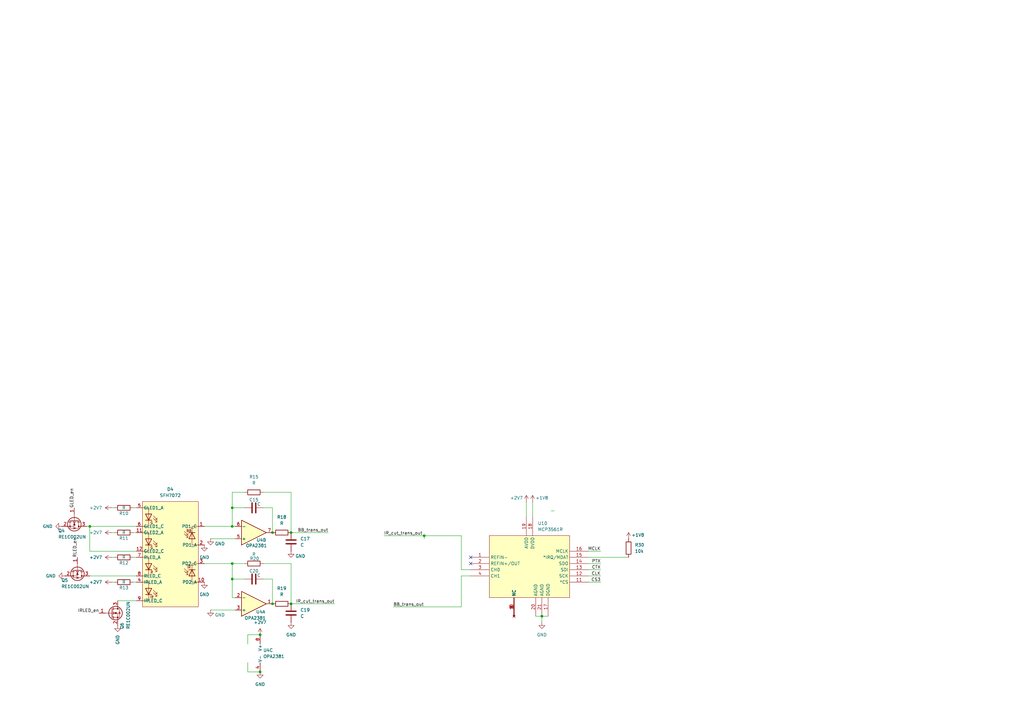
<source format=kicad_sch>
(kicad_sch (version 20250114) (generator "eeschema") (generator_version "9.0")
  (paper "A3")
  (lib_symbols
    (symbol "000_library:OPA2381" (pin_names (offset 0.127))
      (property "Reference" "U" (at 0 5.08 0))
      (property "Value" "OPA2381" (at -1.27 -5.08 0))
      (symbol "OPA2381_1_1"
        (polyline (pts (xy -5.08 5.08) (xy 5.08 0) (xy -5.08 -5.08) (xy -5.08 5.08)) (stroke (width 0.254)) (fill (type background)))
        (pin input line (at -7.62 2.54 0) (length 2.54) (name "+") (number "3"))
        (pin input line (at -7.62 -2.54 0) (length 2.54) (name "-") (number "2"))
        (pin output line (at 7.62 0 180) (length 2.54) (name "~") (number "1"))
      )
      (symbol "OPA2381_2_1"
        (polyline (pts (xy -5.08 5.08) (xy 5.08 0) (xy -5.08 -5.08) (xy -5.08 5.08)) (stroke (width 0.254)) (fill (type background)))
        (pin input line (at -7.62 2.54 0) (length 2.54) (name "+") (number "5"))
        (pin input line (at -7.62 -2.54 0) (length 2.54) (name "-") (number "6"))
        (pin output line (at 7.62 0 180) (length 2.54) (name "~") (number "7"))
      )
      (symbol "OPA2381_3_1"
        (pin power_in line (at -2.54 7.62 270) (length 3.81) (name "V+") (number "8"))
        (pin power_in line (at -2.54 -7.62 90) (length 3.81) (name "V-") (number "4"))
      )
    )
    (symbol "000_library:SFH7072"
      (property "Reference" "D" (at -10.668 22.86 0))
      (property "Value" "SFH7072" (at 2.032 0 0))
      (symbol "SFH7072_0_1"
        (rectangle (start -11.43 21.59) (end 11.43 -21.59) (fill (type background)))
        (polyline (pts (xy -11.43 19.05) (xy -8.89 19.05)))
        (polyline (pts (xy -11.43 11.43) (xy -8.89 11.43) (xy -8.89 13.97)))
        (polyline (pts (xy -11.43 8.89) (xy -8.89 8.89)))
        (polyline (pts (xy -11.43 1.27) (xy -8.89 1.27) (xy -8.89 3.81)))
        (polyline (pts (xy -11.43 -1.27) (xy -8.89 -1.27)))
        (polyline (pts (xy -11.43 -8.89) (xy -8.89 -8.89) (xy -8.89 -6.35)))
        (polyline (pts (xy -11.43 -11.43) (xy -8.89 -11.43)))
        (polyline (pts (xy -11.43 -19.05) (xy -8.89 -19.05) (xy -8.89 -16.51)))
        (polyline (pts (xy -10.16 16.51) (xy -7.62 16.51) (xy -8.89 13.97) (xy -10.16 16.51)) (stroke (width 0.254)))
        (polyline (pts (xy -10.16 13.97) (xy -7.62 13.97)) (stroke (width 0.254)))
        (polyline (pts (xy -10.16 6.35) (xy -7.62 6.35) (xy -8.89 3.81) (xy -10.16 6.35)) (stroke (width 0.254)))
        (polyline (pts (xy -10.16 3.81) (xy -7.62 3.81)) (stroke (width 0.254)))
        (polyline (pts (xy -10.16 -3.81) (xy -7.62 -3.81) (xy -8.89 -6.35) (xy -10.16 -3.81)) (stroke (width 0.254)))
        (polyline (pts (xy -10.16 -6.35) (xy -7.62 -6.35)) (stroke (width 0.254)))
        (polyline (pts (xy -10.16 -13.97) (xy -7.62 -13.97) (xy -8.89 -16.51) (xy -10.16 -13.97)) (stroke (width 0.254)))
        (polyline (pts (xy -10.16 -16.51) (xy -7.62 -16.51)) (stroke (width 0.254)))
        (polyline (pts (xy -8.89 16.51) (xy -8.89 19.05)))
        (polyline (pts (xy -8.89 16.51) (xy -8.89 13.97)))
        (polyline (pts (xy -8.89 6.35) (xy -8.89 8.89)))
        (polyline (pts (xy -8.89 6.35) (xy -8.89 3.81)))
        (polyline (pts (xy -8.89 -3.81) (xy -8.89 -1.27)))
        (polyline (pts (xy -8.89 -3.81) (xy -8.89 -6.35)))
        (polyline (pts (xy -8.89 -13.97) (xy -8.89 -11.43)))
        (polyline (pts (xy -8.89 -13.97) (xy -8.89 -16.51)))
        (polyline (pts (xy -6.985 15.748) (xy -5.461 14.224) (xy -5.461 14.986) (xy -5.461 14.224) (xy -6.223 14.224)))
        (polyline (pts (xy -6.985 14.732) (xy -5.461 13.208) (xy -5.461 13.97) (xy -5.461 13.208) (xy -6.223 13.208)))
        (polyline (pts (xy -6.985 5.588) (xy -5.461 4.064) (xy -5.461 4.826) (xy -5.461 4.064) (xy -6.223 4.064)))
        (polyline (pts (xy -6.985 4.572) (xy -5.461 3.048) (xy -5.461 3.81) (xy -5.461 3.048) (xy -6.223 3.048)))
        (polyline (pts (xy -6.985 -4.572) (xy -5.461 -6.096) (xy -5.461 -5.334) (xy -5.461 -6.096) (xy -6.223 -6.096)))
        (polyline (pts (xy -6.985 -5.588) (xy -5.461 -7.112) (xy -5.461 -6.35) (xy -5.461 -7.112) (xy -6.223 -7.112)))
        (polyline (pts (xy -6.985 -14.732) (xy -5.461 -16.256) (xy -5.461 -15.494) (xy -5.461 -16.256) (xy -6.223 -16.256)))
        (polyline (pts (xy -6.985 -15.748) (xy -5.461 -17.272) (xy -5.461 -16.51) (xy -5.461 -17.272) (xy -6.223 -17.272)))
        (polyline (pts (xy 5.715 9.398) (xy 7.239 7.874) (xy 7.239 8.636) (xy 7.239 7.874) (xy 6.477 7.874)))
        (polyline (pts (xy 5.715 8.382) (xy 7.239 6.858) (xy 7.239 7.62) (xy 7.239 6.858) (xy 6.477 6.858)))
        (polyline (pts (xy 5.715 -5.842) (xy 7.239 -7.366) (xy 7.239 -6.604) (xy 7.239 -7.366) (xy 6.477 -7.366)))
        (polyline (pts (xy 5.715 -6.858) (xy 7.239 -8.382) (xy 7.239 -7.62) (xy 7.239 -8.382) (xy 6.477 -8.382)))
        (polyline (pts (xy 8.89 6.35) (xy 8.89 8.89)))
        (polyline (pts (xy 8.89 6.35) (xy 8.89 3.81)))
        (polyline (pts (xy 8.89 -8.89) (xy 8.89 -6.35)))
        (polyline (pts (xy 8.89 -8.89) (xy 8.89 -11.43)))
        (polyline (pts (xy 10.16 8.89) (xy 7.62 8.89)) (stroke (width 0.254)))
        (polyline (pts (xy 10.16 6.35) (xy 7.62 6.35) (xy 8.89 8.89) (xy 10.16 6.35)) (stroke (width 0.254)))
        (polyline (pts (xy 10.16 -6.35) (xy 7.62 -6.35)) (stroke (width 0.254)))
        (polyline (pts (xy 10.16 -8.89) (xy 7.62 -8.89) (xy 8.89 -6.35) (xy 10.16 -8.89)) (stroke (width 0.254)))
        (polyline (pts (xy 11.43 11.43) (xy 8.89 11.43) (xy 8.89 8.89)))
        (polyline (pts (xy 11.43 3.81) (xy 8.89 3.81)))
        (polyline (pts (xy 11.43 -3.81) (xy 8.89 -3.81) (xy 8.89 -6.35)))
        (polyline (pts (xy 11.43 -11.43) (xy 8.89 -11.43)))
      )
      (symbol "SFH7072_1_1"
        (text "G" (at -7.62 12.954 0) (effects (font (size 1.016 1.016))))
        (text "G" (at -7.62 2.794 0) (effects (font (size 1.016 1.016))))
        (text "R" (at -7.62 -7.366 0) (effects (font (size 1.016 1.016))))
        (text "IR" (at -7.62 -17.526 0) (effects (font (size 1.016 1.016))))
        (text "BB" (at 7.62 9.652 0) (effects (font (size 1.016 1.016))))
        (text "~{IR}" (at 7.62 -5.334 0) (effects (font (size 1.016 1.016))))
        (pin passive line (at -13.97 19.05 0) (length 2.54) (name "GLED1_A") (number "5"))
        (pin passive line (at -13.97 11.43 0) (length 2.54) (name "GLED1_C") (number "6"))
        (pin passive line (at -13.97 8.89 0) (length 2.54) (name "GLED2_A") (number "11"))
        (pin passive line (at -13.97 1.27 0) (length 2.54) (name "GLED2_C") (number "12"))
        (pin passive line (at -13.97 -1.27 0) (length 2.54) (name "RLED_A") (number "7"))
        (pin passive line (at -13.97 -8.89 0) (length 2.54) (name "RLED_C") (number "8"))
        (pin passive line (at -13.97 -11.43 0) (length 2.54) (name "IRLED_A") (number "4"))
        (pin passive line (at -13.97 -19.05 0) (length 2.54) (name "IRLED_C") (number "9"))
        (pin passive line (at 13.97 11.43 180) (length 2.54) (name "PD1_C") (number "1"))
        (pin passive line (at 13.97 3.81 180) (length 2.54) (name "PD1_A") (number "2"))
        (pin passive line (at 13.97 -3.81 180) (length 2.54) (name "PD2_C") (number "3"))
        (pin passive line (at 13.97 -11.43 180) (length 2.54) (name "PD2_A") (number "10"))
      )
    )
    (symbol "Device:C" (pin_numbers (hide yes)) (pin_names (offset 0.254))
      (property "Reference" "C" (at 0.635 2.54 0))
      (property "Value" "C" (at 0.635 -2.54 0))
      (symbol "C_0_1"
        (polyline (pts (xy -2.032 0.762) (xy 2.032 0.762)) (stroke (width 0.508)))
        (polyline (pts (xy -2.032 -0.762) (xy 2.032 -0.762)) (stroke (width 0.508)))
      )
      (symbol "C_1_1"
        (pin passive line (at 0 3.81 270) (length 2.794) (name "~") (number "1"))
        (pin passive line (at 0 -3.81 90) (length 2.794) (name "~") (number "2"))
      )
    )
    (symbol "Device:R" (pin_numbers (hide yes)) (pin_names (offset 0))
      (property "Reference" "R" (at 2.032 0 90))
      (property "Value" "R" (at 0 0 90))
      (symbol "R_0_1"
        (rectangle (start -1.016 -2.54) (end 1.016 2.54) (stroke (width 0.254)))
      )
      (symbol "R_1_1"
        (pin passive line (at 0 3.81 270) (length 1.27) (name "~") (number "1"))
        (pin passive line (at 0 -3.81 90) (length 1.27) (name "~") (number "2"))
      )
    )
    (symbol "GND_1" (power) (pin_numbers (hide yes)) (pin_names (offset 0) (hide yes))
      (property "Value" "GND" (at 0 -3.81 0))
      (symbol "GND_1_0_1"
        (polyline (pts (xy 0 0) (xy 0 -1.27) (xy 1.27 -1.27) (xy 0 -2.54) (xy -1.27 -1.27) (xy 0 -1.27)))
      )
      (symbol "GND_1_1_1"
        (pin power_in line (at 0 0 270) (length 0) (name "~") (number "1"))
      )
    )
    (symbol "Library:MCP3561R"
      (property "Reference" "U" (at -4.064 -1.778 0))
      (property "Value" "MCP3561R" (at 0 0 0))
      (symbol "MCP3561R_0_1"
        (pin input line (at -24.13 3.81 0) (length 7.62) (name "REFIN-") (number "1"))
        (pin bidirectional line (at -24.13 1.27 0) (length 7.62) (name "REFIN+/OUT") (number "2"))
        (pin input line (at -24.13 -1.27 0) (length 7.62) (name "CH0") (number "3"))
        (pin input line (at -24.13 -3.81 0) (length 7.62) (name "CH1") (number "4"))
        (pin no_connect line (at -6.35 -20.32 90) (length 7.62) (name "NC") (number "10"))
        (pin no_connect line (at -6.35 -20.32 90) (length 7.62) (name "NC") (number "5"))
        (pin no_connect line (at -6.35 -20.32 90) (length 7.62) (name "NC") (number "6"))
        (pin no_connect line (at -6.35 -20.32 90) (length 7.62) (name "NC") (number "7"))
        (pin no_connect line (at -6.35 -20.32 90) (length 7.62) (name "NC") (number "8"))
        (pin no_connect line (at -6.35 -20.32 90) (length 7.62) (name "NC") (number "9"))
        (pin power_in line (at -1.27 20.32 270) (length 7.62) (name "AVDD") (number "19"))
        (pin power_in line (at 1.27 20.32 270) (length 7.62) (name "DVDD") (number "18"))
        (pin power_out line (at 2.54 -20.32 90) (length 7.62) (name "AGND") (number "20"))
        (pin power_out line (at 5.08 -20.32 90) (length 7.62) (name "AGND") (number "21"))
        (pin power_out line (at 7.62 -20.32 90) (length 7.62) (name "DGND") (number "17"))
        (pin bidirectional line (at 24.13 6.35 180) (length 7.62) (name "MCLK") (number "16"))
        (pin output line (at 24.13 3.81 180) (length 7.62) (name "*IRQ/MDAT") (number "15"))
        (pin output line (at 24.13 1.27 180) (length 7.62) (name "SDO") (number "14"))
        (pin input line (at 24.13 -1.27 180) (length 7.62) (name "SDI") (number "13"))
        (pin input line (at 24.13 -3.81 180) (length 7.62) (name "SCK") (number "12"))
        (pin input line (at 24.13 -6.35 180) (length 7.62) (name "*CS") (number "11"))
      )
      (symbol "MCP3561R_1_1"
        (rectangle (start -16.51 12.7) (end 16.51 -12.7) (fill (type background)))
      )
    )
    (symbol "Transistor_FET:Q_NMOS_GSD" (pin_names (offset 0) (hide yes))
      (property "Reference" "Q" (at 5.08 1.905 0))
      (property "Value" "Q_NMOS_GSD" (at 5.08 0 0))
      (symbol "Q_NMOS_GSD_0_1"
        (polyline (pts (xy 0.254 1.905) (xy 0.254 -1.905)) (stroke (width 0.254)))
        (polyline (pts (xy 0.254 0) (xy -2.54 0)))
        (polyline (pts (xy 0.762 2.286) (xy 0.762 1.27)) (stroke (width 0.254)))
        (polyline (pts (xy 0.762 0.508) (xy 0.762 -0.508)) (stroke (width 0.254)))
        (polyline (pts (xy 0.762 -1.27) (xy 0.762 -2.286)) (stroke (width 0.254)))
        (polyline (pts (xy 0.762 -1.778) (xy 3.302 -1.778) (xy 3.302 1.778) (xy 0.762 1.778)))
        (polyline (pts (xy 1.016 0) (xy 2.032 0.381) (xy 2.032 -0.381) (xy 1.016 0)) (fill (type outline)))
        (circle (center 1.651 0) (radius 2.794) (stroke (width 0.254)))
        (polyline (pts (xy 2.54 2.54) (xy 2.54 1.778)))
        (circle (center 2.54 1.778) (radius 0.254) (fill (type outline)))
        (circle (center 2.54 -1.778) (radius 0.254) (fill (type outline)))
        (polyline (pts (xy 2.54 -2.54) (xy 2.54 0) (xy 0.762 0)))
        (polyline (pts (xy 2.921 0.381) (xy 3.683 0.381)))
        (polyline (pts (xy 3.302 0.381) (xy 2.921 -0.254) (xy 3.683 -0.254) (xy 3.302 0.381)))
      )
      (symbol "Q_NMOS_GSD_1_1"
        (pin input line (at -5.08 0 0) (length 2.54) (name "G") (number "1"))
        (pin passive line (at 2.54 5.08 270) (length 2.54) (name "D") (number "3"))
        (pin passive line (at 2.54 -5.08 90) (length 2.54) (name "S") (number "2"))
      )
    )
    (symbol "power:+1V8" (power) (pin_numbers (hide yes)) (pin_names (offset 0) (hide yes))
      (property "Value" "+1V8" (at 0 3.556 0))
      (symbol "+1V8_0_1"
        (polyline (pts (xy -0.762 1.27) (xy 0 2.54)))
        (polyline (pts (xy 0 2.54) (xy 0.762 1.27)))
        (polyline (pts (xy 0 0) (xy 0 2.54)))
      )
      (symbol "+1V8_1_1"
        (pin power_in line (at 0 0 90) (length 0) (name "~") (number "1"))
      )
    )
    (symbol "power:+2V5" (power) (pin_numbers (hide yes)) (pin_names (offset 0) (hide yes))
      (property "Value" "+2V5" (at 0 3.556 0))
      (symbol "+2V5_0_1"
        (polyline (pts (xy -0.762 1.27) (xy 0 2.54)))
        (polyline (pts (xy 0 2.54) (xy 0.762 1.27)))
        (polyline (pts (xy 0 0) (xy 0 2.54)))
      )
      (symbol "+2V5_1_1"
        (pin power_in line (at 0 0 90) (length 0) (name "~") (number "1"))
      )
    )
  )
  (junction (at 173.99 219.71))
  (junction (at 111.76 218.44))
  (junction (at 95.25 208.28))
  (junction (at 111.76 247.65))
  (junction (at 119.38 218.44))
  (junction (at 119.38 247.65))
  (junction (at 95.25 215.9))
  (junction (at 36.83 215.9))
  (junction (at 95.25 231.14))
  (junction (at 106.68 260.35))
  (junction (at 106.68 275.59))
  (junction (at 222.25 252.73))
  (junction (at 95.25 237.49))
  (no_connect (at 193.04 231.14))
  (no_connect (at 193.04 228.6))
  (wire (pts (xy 83.82 215.9) (xy 95.25 215.9)))
  (wire (pts (xy 241.3 231.14) (xy 246.38 231.14)))
  (wire (pts (xy 107.95 231.14) (xy 119.38 231.14)))
  (wire (pts (xy 100.33 208.28) (xy 95.25 208.28)))
  (wire (pts (xy 100.33 237.49) (xy 95.25 237.49)))
  (wire (pts (xy 241.3 228.6) (xy 257.81 228.6)))
  (wire (pts (xy 95.25 215.9) (xy 96.52 215.9)))
  (wire (pts (xy 193.04 233.68) (xy 189.23 233.68)))
  (wire (pts (xy 95.25 208.28) (xy 95.25 215.9)))
  (wire (pts (xy 215.9 205.74) (xy 215.9 212.09)))
  (wire (pts (xy 45.72 238.76) (xy 46.99 238.76)))
  (wire (pts (xy 107.95 208.28) (xy 111.76 208.28)))
  (wire (pts (xy 36.83 236.22) (xy 55.88 236.22)))
  (wire (pts (xy 101.6 271.78) (xy 101.6 275.59)))
  (wire (pts (xy 111.76 218.44) (xy 111.76 208.28)))
  (wire (pts (xy 100.33 201.93) (xy 95.25 201.93)))
  (wire (pts (xy 36.83 226.06) (xy 55.88 226.06)))
  (wire (pts (xy 189.23 236.22) (xy 189.23 248.92)))
  (wire (pts (xy 119.38 218.44) (xy 134.62 218.44)))
  (wire (pts (xy 111.76 237.49) (xy 111.76 247.65)))
  (wire (pts (xy 189.23 219.71) (xy 173.99 219.71)))
  (wire (pts (xy 36.83 215.9) (xy 36.83 226.06)))
  (wire (pts (xy 95.25 237.49) (xy 95.25 245.11)))
  (wire (pts (xy 161.29 248.92) (xy 189.23 248.92)))
  (wire (pts (xy 54.61 238.76) (xy 55.88 238.76)))
  (wire (pts (xy 48.26 246.38) (xy 55.88 246.38)))
  (wire (pts (xy 241.3 233.68) (xy 246.38 233.68)))
  (wire (pts (xy 95.25 231.14) (xy 95.25 237.49)))
  (wire (pts (xy 119.38 231.14) (xy 119.38 247.65)))
  (wire (pts (xy 241.3 236.22) (xy 246.38 236.22)))
  (wire (pts (xy 107.95 237.49) (xy 111.76 237.49)))
  (wire (pts (xy 101.6 260.35) (xy 106.68 260.35)))
  (wire (pts (xy 241.3 226.06) (xy 246.38 226.06)))
  (wire (pts (xy 222.25 252.73) (xy 219.71 252.73)))
  (wire (pts (xy 83.82 231.14) (xy 95.25 231.14)))
  (wire (pts (xy 222.25 252.73) (xy 224.79 252.73)))
  (wire (pts (xy 241.3 238.76) (xy 246.38 238.76)))
  (wire (pts (xy 95.25 245.11) (xy 96.52 245.11)))
  (wire (pts (xy 54.61 208.28) (xy 55.88 208.28)))
  (wire (pts (xy 45.72 228.6) (xy 46.99 228.6)))
  (wire (pts (xy 100.33 231.14) (xy 95.25 231.14)))
  (wire (pts (xy 227.33 209.55) (xy 226.06 209.55)))
  (wire (pts (xy 45.72 208.28) (xy 46.99 208.28)))
  (wire (pts (xy 86.36 250.19) (xy 96.52 250.19)))
  (wire (pts (xy 45.72 218.44) (xy 46.99 218.44)))
  (wire (pts (xy 189.23 233.68) (xy 189.23 219.71)))
  (wire (pts (xy 86.36 220.98) (xy 96.52 220.98)))
  (wire (pts (xy 119.38 201.93) (xy 119.38 218.44)))
  (wire (pts (xy 55.88 215.9) (xy 36.83 215.9)))
  (wire (pts (xy 107.95 201.93) (xy 119.38 201.93)))
  (wire (pts (xy 157.48 219.71) (xy 173.99 219.71)))
  (wire (pts (xy 101.6 275.59) (xy 106.68 275.59)))
  (wire (pts (xy 173.99 219.71) (xy 173.99 220.98)))
  (wire (pts (xy 54.61 218.44) (xy 55.88 218.44)))
  (wire (pts (xy 101.6 264.16) (xy 101.6 260.35)))
  (wire (pts (xy 35.56 215.9) (xy 36.83 215.9)))
  (wire (pts (xy 218.44 205.74) (xy 218.44 212.09)))
  (wire (pts (xy 193.04 236.22) (xy 189.23 236.22)))
  (wire (pts (xy 222.25 255.27) (xy 222.25 252.73)))
  (wire (pts (xy 95.25 201.93) (xy 95.25 208.28)))
  (wire (pts (xy 54.61 228.6) (xy 55.88 228.6)))
  (wire (pts (xy 119.38 247.65) (xy 137.16 247.65)))
  (label "PTX" (at 246.38 231.14 180))
  (label "MCLK" (at 246.38 226.06 180))
  (label "IR_cut_trans_out" (at 157.48 219.71 0))
  (label "CLK" (at 246.38 236.22 180))
  (label "IRLED_en" (at 40.64 251.46 180))
  (label "GLED_en" (at 30.48 208.28 90))
  (label "CTX" (at 246.38 233.68 180))
  (label "RLED_en" (at 31.75 228.6 90))
  (label "BB_trans_out" (at 161.29 248.92 0))
  (label "IR_cut_trans_out" (at 137.16 247.65 180))
  (label "CS3" (at 246.38 238.76 180))
  (label "BB_trans_out" (at 134.62 218.44 180))
  (symbol (lib_id "power:+2V5") (at 215.9 205.74 0) (unit 1)
    (property "Reference" "#PWR065" (effects (hide yes)))
    (property "Value" "+2V7" (at 211.836 204.216 0))
    (property "Description" "Power symbol creates a global label with name \"+2V5\"" (effects (hide yes)))
  )
  (symbol (lib_id "Library:MCP3561R") (at 217.17 232.41 0) (unit 1)
    (property "Reference" "U10" (at 220.5833 214.63 0) (effects (justify left)))
    (property "Value" "MCP3561R" (at 220.5833 217.17 0) (effects (justify left)))
    (property "Footprint" "Package_DFN_QFN:QFN-20-1EP_3x3mm_P0.4mm_EP1.65x1.65mm" (effects (hide yes)))
    (property "Datasheet" "https://ww1.microchip.com/downloads/aemDocuments/documents/APID/ProductDocuments/DataSheets/MCP3561_2_4R-Data-Sheet-DS200006391C.pdf" (effects (hide yes)))
  )
  (symbol (lib_id "Device:C") (at 104.14 237.49 90) (unit 1)
    (property "Reference" "C20" (at 104.14 234.188 90))
    (property "Value" "C" (at 106.172 235.966 90))
    (property "Footprint" "Capacitor_SMD:C_0402_1005Metric" (effects (hide yes)))
    (property "Description" "Unpolarized capacitor" (effects (hide yes)))
  )
  (symbol (lib_id "Transistor_FET:Q_NMOS_GSD") (at 31.75 233.68 270) (unit 1)
    (property "Reference" "Q5" (at 25.146 237.998 90) (effects (justify left)))
    (property "Value" "RE1C002UN" (at 25.146 240.538 90) (effects (justify left)))
    (property "Footprint" "Package_TO_SOT_SMD:SOT-416" (effects (hide yes)))
    (property "Datasheet" "https://fscdn.rohm.com/en/products/databook/datasheet/discrete/transistor/mosfet/re1c002untcl-e.pdf" (effects (hide yes)))
    (property "Description" "N-MOSFET transistor, gate/source/drain" (effects (hide yes)))
  )
  (symbol (lib_id "000_library:OPA2381") (at 109.22 267.97 0) (unit 3)
    (property "Reference" "U4" (at 107.95 266.6999 0) (effects (justify left)))
    (property "Value" "OPA2381" (at 107.95 269.2399 0) (effects (justify left)))
    (property "Footprint" "Package_DFN_QFN:DFN-8-1EP_3x3mm_P0.65mm_EP1.55x2.4mm" (effects (hide yes)))
    (property "Datasheet" "https://www.ti.com/lit/ds/symlink/opa2381.pdf" (effects (hide yes)))
    (property "Description" "Precision, Low Power, 18MHz  Transimpedance Amplifier" (effects (hide yes)))
  )
  (symbol (lib_id "Device:R") (at 104.14 231.14 90) (unit 1)
    (property "Reference" "R20" (at 104.394 229.108 90))
    (property "Value" "R" (at 104.14 227.33 90))
    (property "Footprint" "Resistor_SMD:R_0402_1005Metric" (effects (hide yes)))
    (property "Description" "Resistor" (effects (hide yes)))
  )
  (symbol (lib_id "Device:C") (at 119.38 251.46 0) (unit 1)
    (property "Reference" "C19" (at 123.19 250.1899 0) (effects (justify left)))
    (property "Value" "C" (at 123.19 252.7299 0) (effects (justify left)))
    (property "Footprint" "Capacitor_SMD:C_0402_1005Metric" (effects (hide yes)))
    (property "Description" "Unpolarized capacitor" (effects (hide yes)))
  )
  (symbol (lib_id "Device:R") (at 50.8 228.6 90) (unit 1)
    (property "Reference" "R12" (at 50.8 230.886 90))
    (property "Value" "R" (at 50.8 228.6 90))
    (property "Footprint" "Resistor_SMD:R_0402_1005Metric" (effects (hide yes)))
    (property "Description" "Resistor" (effects (hide yes)))
  )
  (symbol (lib_id "Device:R") (at 50.8 218.44 90) (unit 1)
    (property "Reference" "R11" (at 50.8 220.726 90))
    (property "Value" "R" (at 50.8 218.44 90))
    (property "Footprint" "Resistor_SMD:R_0402_1005Metric" (effects (hide yes)))
    (property "Description" "Resistor" (effects (hide yes)))
  )
  (symbol (lib_id "power:+2V5") (at 45.72 228.6 90) (unit 1)
    (property "Reference" "#PWR043" (effects (hide yes)))
    (property "Value" "+2V7" (at 41.91 228.5999 90) (effects (justify left)))
    (property "Description" "Power symbol creates a global label with name \"+2V5\"" (effects (hide yes)))
  )
  (symbol (lib_id "power:+1V8") (at 218.44 205.74 0) (unit 1)
    (property "Reference" "#PWR066" (effects (hide yes)))
    (property "Value" "+1V8" (at 222.25 204.216 0))
    (property "Description" "Power symbol creates a global label with name \"+1V8\"" (effects (hide yes)))
  )
  (symbol (lib_id "power:+2V5") (at 45.72 238.76 90) (unit 1)
    (property "Reference" "#PWR044" (effects (hide yes)))
    (property "Value" "+2V7" (at 41.91 238.7599 90) (effects (justify left)))
    (property "Description" "Power symbol creates a global label with name \"+2V5\"" (effects (hide yes)))
  )
  (symbol (lib_name "GND_1") (lib_id "power:GND") (at 26.67 236.22 270) (unit 1)
    (property "Reference" "#PWR046" (effects (hide yes)))
    (property "Value" "GND" (at 22.86 236.2199 90) (effects (justify right)))
    (property "Description" "Power symbol creates a global label with name \"GND\" , ground" (effects (hide yes)))
  )
  (symbol (lib_name "GND_1") (lib_id "power:GND") (at 25.4 215.9 270) (unit 1)
    (property "Reference" "#PWR045" (effects (hide yes)))
    (property "Value" "GND" (at 21.59 215.8999 90) (effects (justify right)))
    (property "Description" "Power symbol creates a global label with name \"GND\" , ground" (effects (hide yes)))
  )
  (symbol (lib_id "Device:R") (at 115.57 218.44 90) (unit 1)
    (property "Reference" "R18" (at 115.57 212.09 90))
    (property "Value" "R" (at 115.57 214.63 90))
    (property "Footprint" "Resistor_SMD:R_0402_1005Metric" (effects (hide yes)))
    (property "Description" "Resistor" (effects (hide yes)))
  )
  (symbol (lib_name "GND_1") (lib_id "power:GND") (at 86.36 250.19 0) (unit 1)
    (property "Reference" "#PWR02" (effects (hide yes)))
    (property "Value" "GND" (at 90.17 252.222 0))
    (property "Description" "Power symbol creates a global label with name \"GND\" , ground" (effects (hide yes)))
  )
  (symbol (lib_id "000_library:SFH7072") (at 69.85 227.33 0) (unit 1)
    (property "Reference" "D4" (at 69.85 200.66 0))
    (property "Value" "SFH7072" (at 69.85 203.2 0))
    (property "Footprint" "Library:SFH7072" (effects (hide yes)))
    (property "Datasheet" "https://look.ams-osram.com/m/682b32d8c8dd3713/original/SFH-7072.pdf" (effects (hide yes)))
  )
  (symbol (lib_name "GND_1") (lib_id "power:GND") (at 119.38 226.06 0) (unit 1)
    (property "Reference" "#PWR062" (effects (hide yes)))
    (property "Value" "GND" (at 123.19 228.092 0))
    (property "Description" "Power symbol creates a global label with name \"GND\" , ground" (effects (hide yes)))
  )
  (symbol (lib_id "000_library:OPA2381") (at 104.14 247.65 0) (mirror x) (unit 1)
    (property "Reference" "U4" (at 106.934 250.952 0))
    (property "Value" "OPA2381" (at 104.648 253.492 0))
    (property "Footprint" "Package_DFN_QFN:DFN-8-1EP_3x3mm_P0.65mm_EP1.55x2.4mm" (effects (hide yes)))
    (property "Datasheet" "https://www.ti.com/lit/ds/symlink/opa2381.pdf" (effects (hide yes)))
    (property "Description" "Precision, Low Power, 18MHz  Transimpedance Amplifier" (effects (hide yes)))
  )
  (symbol (lib_id "Device:R") (at 104.14 201.93 90) (unit 1)
    (property "Reference" "R15" (at 104.14 195.58 90))
    (property "Value" "R" (at 104.14 198.12 90))
    (property "Footprint" "Resistor_SMD:R_0402_1005Metric" (effects (hide yes)))
    (property "Description" "Resistor" (effects (hide yes)))
  )
  (symbol (lib_id "power:+1V8") (at 257.81 220.98 0) (unit 1)
    (property "Reference" "#PWR080" (effects (hide yes)))
    (property "Value" "+1V8" (at 261.62 219.456 0))
    (property "Description" "Power symbol creates a global label with name \"+1V8\"" (effects (hide yes)))
  )
  (symbol (lib_id "power:+2V5") (at 106.68 260.35 0) (unit 1)
    (property "Reference" "#PWR019" (effects (hide yes)))
    (property "Value" "+2V7" (at 106.68 255.27 0))
    (property "Description" "Power symbol creates a global label with name \"+2V5\"" (effects (hide yes)))
  )
  (symbol (lib_id "Device:R") (at 115.57 247.65 90) (unit 1)
    (property "Reference" "R19" (at 115.57 241.3 90))
    (property "Value" "R" (at 115.57 243.84 90))
    (property "Footprint" "Resistor_SMD:R_0402_1005Metric" (effects (hide yes)))
    (property "Description" "Resistor" (effects (hide yes)))
  )
  (symbol (lib_name "GND_1") (lib_id "power:GND") (at 48.26 256.54 0) (unit 1)
    (property "Reference" "#PWR047" (effects (hide yes)))
    (property "Value" "GND" (at 48.2599 260.35 90) (effects (justify right)))
    (property "Description" "Power symbol creates a global label with name \"GND\" , ground" (effects (hide yes)))
  )
  (symbol (lib_id "power:+2V5") (at 45.72 208.28 90) (unit 1)
    (property "Reference" "#PWR041" (effects (hide yes)))
    (property "Value" "+2V7" (at 41.91 208.2799 90) (effects (justify left)))
    (property "Description" "Power symbol creates a global label with name \"+2V5\"" (effects (hide yes)))
  )
  (symbol (lib_name "GND_1") (lib_id "power:GND") (at 83.82 223.52 0) (unit 1)
    (property "Reference" "#PWR059" (effects (hide yes)))
    (property "Value" "GND" (at 83.82 228.6 0))
    (property "Description" "Power symbol creates a global label with name \"GND\" , ground" (effects (hide yes)))
  )
  (symbol (lib_name "GND_1") (lib_id "power:GND") (at 222.25 255.27 0) (unit 1)
    (property "Reference" "#PWR067" (effects (hide yes)))
    (property "Value" "GND" (at 222.25 260.35 0))
    (property "Description" "Power symbol creates a global label with name \"GND\" , ground" (effects (hide yes)))
  )
  (symbol (lib_id "Device:R") (at 50.8 208.28 90) (unit 1)
    (property "Reference" "R10" (at 50.8 210.566 90))
    (property "Value" "R" (at 50.8 208.28 90))
    (property "Footprint" "Resistor_SMD:R_0402_1005Metric" (effects (hide yes)))
    (property "Description" "Resistor" (effects (hide yes)))
  )
  (symbol (lib_id "Device:C") (at 119.38 222.25 0) (unit 1)
    (property "Reference" "C17" (at 123.19 220.9799 0) (effects (justify left)))
    (property "Value" "C" (at 123.19 223.5199 0) (effects (justify left)))
    (property "Footprint" "Capacitor_SMD:C_0402_1005Metric" (effects (hide yes)))
    (property "Description" "Unpolarized capacitor" (effects (hide yes)))
  )
  (symbol (lib_id "000_library:OPA2381") (at 104.14 218.44 0) (mirror x) (unit 2)
    (property "Reference" "U4" (at 107.188 221.488 0))
    (property "Value" "OPA2381" (at 105.156 223.774 0))
    (property "Footprint" "Package_DFN_QFN:DFN-8-1EP_3x3mm_P0.65mm_EP1.55x2.4mm" (effects (hide yes)))
    (property "Datasheet" "https://www.ti.com/lit/ds/symlink/opa2381.pdf" (effects (hide yes)))
    (property "Description" "Precision, Low Power, 18MHz  Transimpedance Amplifier" (effects (hide yes)))
  )
  (symbol (lib_name "GND_1") (lib_id "power:GND") (at 83.82 238.76 0) (unit 1)
    (property "Reference" "#PWR058" (effects (hide yes)))
    (property "Value" "GND" (at 83.82 243.84 0))
    (property "Description" "Power symbol creates a global label with name \"GND\" , ground" (effects (hide yes)))
  )
  (symbol (lib_id "Device:R") (at 257.81 224.79 180) (unit 1)
    (property "Reference" "R30" (at 260.35 223.5199 0) (effects (justify right)))
    (property "Value" "10k" (at 260.35 226.0599 0) (effects (justify right)))
    (property "Footprint" "Resistor_SMD:R_0402_1005Metric" (effects (hide yes)))
    (property "Description" "Resistor" (effects (hide yes)))
  )
  (symbol (lib_name "GND_1") (lib_id "power:GND") (at 119.38 255.27 0) (unit 1)
    (property "Reference" "#PWR063" (effects (hide yes)))
    (property "Value" "GND" (at 119.38 260.35 0))
    (property "Description" "Power symbol creates a global label with name \"GND\" , ground" (effects (hide yes)))
  )
  (symbol (lib_id "Transistor_FET:Q_NMOS_GSD") (at 30.48 213.36 270) (unit 1)
    (property "Reference" "Q4" (at 23.876 217.678 90) (effects (justify left)))
    (property "Value" "RE1C002UN" (at 23.876 220.218 90) (effects (justify left)))
    (property "Footprint" "Package_TO_SOT_SMD:SOT-416" (effects (hide yes)))
    (property "Datasheet" "https://fscdn.rohm.com/en/products/databook/datasheet/discrete/transistor/mosfet/re1c002untcl-e.pdf" (effects (hide yes)))
    (property "Description" "N-MOSFET transistor, gate/source/drain" (effects (hide yes)))
  )
  (symbol (lib_id "Device:R") (at 50.8 238.76 90) (unit 1)
    (property "Reference" "R13" (at 50.8 241.046 90))
    (property "Value" "R" (at 50.8 238.76 90))
    (property "Footprint" "Resistor_SMD:R_0402_1005Metric" (effects (hide yes)))
    (property "Description" "Resistor" (effects (hide yes)))
  )
  (symbol (lib_id "Transistor_FET:Q_NMOS_GSD") (at 45.72 251.46 0) (unit 1)
    (property "Reference" "Q6" (at 50.038 258.064 90) (effects (justify left)))
    (property "Value" "RE1C002UN" (at 52.578 258.064 90) (effects (justify left)))
    (property "Footprint" "Package_TO_SOT_SMD:SOT-416" (effects (hide yes)))
    (property "Datasheet" "https://fscdn.rohm.com/en/products/databook/datasheet/discrete/transistor/mosfet/re1c002untcl-e.pdf" (effects (hide yes)))
    (property "Description" "N-MOSFET transistor, gate/source/drain" (effects (hide yes)))
  )
  (symbol (lib_id "power:+2V5") (at 45.72 218.44 90) (unit 1)
    (property "Reference" "#PWR042" (effects (hide yes)))
    (property "Value" "+2V7" (at 41.91 218.4399 90) (effects (justify left)))
    (property "Description" "Power symbol creates a global label with name \"+2V5\"" (effects (hide yes)))
  )
  (symbol (lib_name "GND_1") (lib_id "power:GND") (at 86.36 220.98 0) (unit 1)
    (property "Reference" "#PWR01" (effects (hide yes)))
    (property "Value" "GND" (at 90.17 223.012 0))
    (property "Description" "Power symbol creates a global label with name \"GND\" , ground" (effects (hide yes)))
  )
  (symbol (lib_name "GND_1") (lib_id "power:GND") (at 106.68 275.59 0) (unit 1)
    (property "Reference" "#PWR05" (effects (hide yes)))
    (property "Value" "GND" (at 106.68 280.67 0))
    (property "Description" "Power symbol creates a global label with name \"GND\" , ground" (effects (hide yes)))
  )
  (symbol (lib_id "Device:C") (at 104.14 208.28 90) (unit 1)
    (property "Reference" "C15" (at 104.14 204.978 90))
    (property "Value" "C" (at 106.172 206.756 90))
    (property "Footprint" "Capacitor_SMD:C_0402_1005Metric" (effects (hide yes)))
    (property "Description" "Unpolarized capacitor" (effects (hide yes)))
  )
)
</source>
